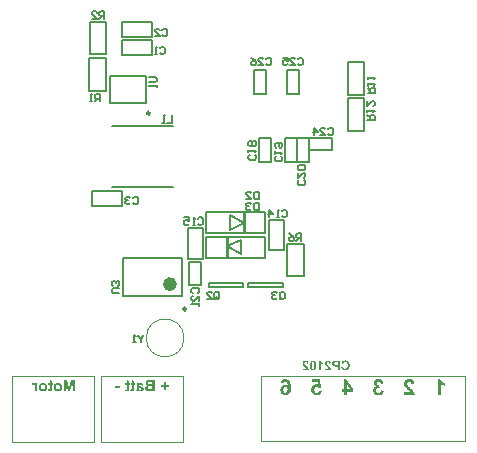
<source format=gbo>
G04*
G04 #@! TF.GenerationSoftware,Altium Limited,Altium Designer,20.2.6 (244)*
G04*
G04 Layer_Color=65535*
%FSLAX44Y44*%
%MOMM*%
G71*
G04*
G04 #@! TF.SameCoordinates,7CDA323B-E038-41B1-B74F-359B52FF9F59*
G04*
G04*
G04 #@! TF.FilePolarity,Positive*
G04*
G01*
G75*
%ADD10C,0.2540*%
%ADD11C,0.2000*%
%ADD12C,0.1000*%
%ADD14C,0.2500*%
%ADD16C,0.1270*%
%ADD96C,0.6000*%
%ADD97C,0.1500*%
G36*
X312776Y55117D02*
X313165Y55076D01*
X313493Y54994D01*
X313801Y54932D01*
X314046Y54850D01*
X314231Y54768D01*
X314354Y54727D01*
X314375Y54707D01*
X314395D01*
X314702Y54543D01*
X314989Y54358D01*
X315215Y54174D01*
X315420Y53989D01*
X315584Y53805D01*
X315686Y53682D01*
X315768Y53600D01*
X315789Y53559D01*
X315953Y53272D01*
X316117Y52944D01*
X316240Y52616D01*
X316342Y52308D01*
X316424Y52021D01*
X316486Y51796D01*
X316506Y51714D01*
Y51652D01*
X316527Y51611D01*
Y51591D01*
X314149Y51202D01*
X314108Y51509D01*
X314026Y51775D01*
X313944Y52001D01*
X313842Y52206D01*
X313739Y52349D01*
X313678Y52452D01*
X313616Y52513D01*
X313596Y52534D01*
X313411Y52698D01*
X313206Y52800D01*
X313022Y52882D01*
X312837Y52944D01*
X312673Y52985D01*
X312550Y53005D01*
X312448D01*
X312202Y52985D01*
X311976Y52944D01*
X311792Y52882D01*
X311628Y52800D01*
X311505Y52718D01*
X311423Y52657D01*
X311361Y52616D01*
X311341Y52595D01*
X311197Y52431D01*
X311095Y52247D01*
X311033Y52062D01*
X310972Y51898D01*
X310951Y51755D01*
X310931Y51632D01*
Y51529D01*
Y51509D01*
X310951Y51222D01*
X311013Y50976D01*
X311115Y50750D01*
X311218Y50566D01*
X311320Y50423D01*
X311423Y50300D01*
X311484Y50238D01*
X311505Y50218D01*
X311730Y50074D01*
X311997Y49951D01*
X312263Y49869D01*
X312509Y49828D01*
X312735Y49808D01*
X312940Y49787D01*
X313104D01*
X313391Y47696D01*
X313145Y47758D01*
X312919Y47819D01*
X312714Y47860D01*
X312550Y47881D01*
X312407Y47901D01*
X312222D01*
X311956Y47881D01*
X311710Y47819D01*
X311484Y47717D01*
X311300Y47614D01*
X311136Y47512D01*
X311033Y47409D01*
X310951Y47348D01*
X310931Y47327D01*
X310746Y47102D01*
X310623Y46835D01*
X310521Y46589D01*
X310459Y46343D01*
X310418Y46118D01*
X310398Y45933D01*
Y45811D01*
Y45790D01*
Y45770D01*
X310418Y45401D01*
X310480Y45073D01*
X310582Y44786D01*
X310664Y44540D01*
X310767Y44355D01*
X310869Y44232D01*
X310931Y44130D01*
X310951Y44109D01*
X311177Y43904D01*
X311402Y43761D01*
X311628Y43658D01*
X311833Y43597D01*
X312017Y43556D01*
X312161Y43515D01*
X312304D01*
X312571Y43535D01*
X312817Y43597D01*
X313022Y43679D01*
X313206Y43761D01*
X313370Y43843D01*
X313473Y43925D01*
X313555Y43986D01*
X313575Y44007D01*
X313760Y44212D01*
X313903Y44458D01*
X314006Y44704D01*
X314088Y44929D01*
X314149Y45155D01*
X314190Y45319D01*
X314210Y45442D01*
Y45462D01*
Y45483D01*
X316711Y45175D01*
X316670Y44868D01*
X316609Y44560D01*
X316424Y44027D01*
X316199Y43556D01*
X315953Y43166D01*
X315830Y43002D01*
X315727Y42859D01*
X315625Y42715D01*
X315522Y42613D01*
X315440Y42531D01*
X315379Y42469D01*
X315358Y42449D01*
X315338Y42428D01*
X315112Y42244D01*
X314867Y42080D01*
X314600Y41936D01*
X314354Y41834D01*
X313842Y41629D01*
X313350Y41506D01*
X313145Y41465D01*
X312940Y41445D01*
X312755Y41424D01*
X312591Y41403D01*
X312468Y41383D01*
X312284D01*
X311935Y41403D01*
X311587Y41445D01*
X311279Y41506D01*
X310972Y41588D01*
X310685Y41670D01*
X310418Y41772D01*
X310173Y41895D01*
X309947Y42018D01*
X309742Y42121D01*
X309578Y42244D01*
X309414Y42346D01*
X309291Y42449D01*
X309189Y42510D01*
X309127Y42572D01*
X309086Y42613D01*
X309066Y42633D01*
X308840Y42879D01*
X308635Y43125D01*
X308451Y43371D01*
X308307Y43638D01*
X308184Y43884D01*
X308082Y44130D01*
X307918Y44601D01*
X307856Y44827D01*
X307815Y45032D01*
X307795Y45196D01*
X307774Y45360D01*
X307754Y45483D01*
Y45565D01*
Y45626D01*
Y45647D01*
X307774Y46097D01*
X307856Y46487D01*
X307979Y46856D01*
X308102Y47163D01*
X308225Y47409D01*
X308348Y47594D01*
X308430Y47696D01*
X308451Y47737D01*
X308738Y48024D01*
X309025Y48270D01*
X309332Y48475D01*
X309639Y48619D01*
X309886Y48721D01*
X310111Y48803D01*
X310193Y48824D01*
X310234D01*
X310275Y48844D01*
X310295D01*
X309947Y49049D01*
X309660Y49275D01*
X309394Y49500D01*
X309168Y49746D01*
X308984Y49972D01*
X308820Y50218D01*
X308697Y50443D01*
X308594Y50669D01*
X308512Y50873D01*
X308451Y51058D01*
X308410Y51222D01*
X308369Y51386D01*
Y51509D01*
X308348Y51591D01*
Y51652D01*
Y51673D01*
Y51898D01*
X308389Y52124D01*
X308492Y52554D01*
X308656Y52923D01*
X308820Y53251D01*
X309004Y53538D01*
X309168Y53743D01*
X309230Y53805D01*
X309271Y53866D01*
X309291Y53887D01*
X309312Y53907D01*
X309537Y54133D01*
X309762Y54317D01*
X310029Y54481D01*
X310275Y54625D01*
X310521Y54748D01*
X310787Y54830D01*
X311259Y54994D01*
X311484Y55035D01*
X311710Y55076D01*
X311894Y55096D01*
X312058Y55117D01*
X312181Y55137D01*
X312366D01*
X312776Y55117D01*
D02*
G37*
G36*
X338972Y55096D02*
X339546Y54994D01*
X340058Y54830D01*
X340284Y54748D01*
X340489Y54666D01*
X340694Y54584D01*
X340858Y54502D01*
X341001Y54420D01*
X341104Y54338D01*
X341206Y54276D01*
X341268Y54235D01*
X341309Y54215D01*
X341329Y54194D01*
X341534Y54010D01*
X341739Y53805D01*
X341903Y53579D01*
X342067Y53333D01*
X342313Y52821D01*
X342497Y52329D01*
X342579Y52083D01*
X342621Y51857D01*
X342682Y51673D01*
X342702Y51488D01*
X342743Y51345D01*
Y51242D01*
X342764Y51160D01*
Y51140D01*
X340202Y50894D01*
X340161Y51283D01*
X340099Y51632D01*
X339997Y51898D01*
X339915Y52124D01*
X339812Y52308D01*
X339751Y52411D01*
X339689Y52493D01*
X339669Y52513D01*
X339464Y52677D01*
X339259Y52800D01*
X339033Y52882D01*
X338828Y52944D01*
X338664Y52985D01*
X338500Y53005D01*
X338377D01*
X338091Y52985D01*
X337824Y52923D01*
X337598Y52862D01*
X337414Y52780D01*
X337271Y52677D01*
X337168Y52616D01*
X337107Y52554D01*
X337086Y52534D01*
X336922Y52349D01*
X336820Y52124D01*
X336738Y51898D01*
X336676Y51693D01*
X336635Y51509D01*
X336615Y51345D01*
Y51242D01*
Y51202D01*
X336635Y50915D01*
X336697Y50627D01*
X336779Y50361D01*
X336881Y50115D01*
X336984Y49910D01*
X337066Y49767D01*
X337127Y49664D01*
X337148Y49623D01*
X337230Y49500D01*
X337352Y49357D01*
X337496Y49213D01*
X337660Y49049D01*
X338008Y48680D01*
X338377Y48311D01*
X338726Y47983D01*
X338890Y47819D01*
X339013Y47696D01*
X339136Y47594D01*
X339218Y47491D01*
X339279Y47450D01*
X339300Y47430D01*
X339689Y47061D01*
X340058Y46712D01*
X340366Y46385D01*
X340673Y46077D01*
X340940Y45790D01*
X341165Y45524D01*
X341391Y45278D01*
X341575Y45052D01*
X341719Y44868D01*
X341862Y44683D01*
X341964Y44540D01*
X342067Y44417D01*
X342128Y44314D01*
X342169Y44253D01*
X342211Y44212D01*
Y44191D01*
X342457Y43740D01*
X342641Y43289D01*
X342805Y42859D01*
X342907Y42449D01*
X342989Y42121D01*
X343010Y41978D01*
X343030Y41855D01*
X343051Y41772D01*
X343071Y41691D01*
Y41649D01*
Y41629D01*
X334032D01*
Y44027D01*
X339177D01*
X339013Y44294D01*
X338828Y44499D01*
X338767Y44601D01*
X338705Y44663D01*
X338664Y44704D01*
X338644Y44724D01*
X338562Y44806D01*
X338480Y44888D01*
X338254Y45114D01*
X338008Y45360D01*
X337742Y45606D01*
X337496Y45851D01*
X337291Y46036D01*
X337230Y46118D01*
X337168Y46179D01*
X337127Y46200D01*
X337107Y46220D01*
X336676Y46610D01*
X336328Y46958D01*
X336020Y47266D01*
X335795Y47512D01*
X335610Y47696D01*
X335487Y47840D01*
X335426Y47922D01*
X335405Y47942D01*
X335159Y48270D01*
X334934Y48578D01*
X334749Y48865D01*
X334606Y49131D01*
X334503Y49336D01*
X334421Y49500D01*
X334380Y49603D01*
X334360Y49644D01*
X334257Y49951D01*
X334175Y50279D01*
X334114Y50566D01*
X334073Y50833D01*
X334052Y51058D01*
X334032Y51242D01*
Y51345D01*
Y51386D01*
X334052Y51673D01*
X334073Y51960D01*
X334216Y52472D01*
X334401Y52923D01*
X334606Y53313D01*
X334811Y53620D01*
X334913Y53764D01*
X334995Y53866D01*
X335077Y53948D01*
X335139Y54010D01*
X335159Y54030D01*
X335180Y54051D01*
X335405Y54235D01*
X335631Y54420D01*
X335897Y54563D01*
X336143Y54686D01*
X336676Y54871D01*
X337168Y54994D01*
X337414Y55055D01*
X337619Y55076D01*
X337824Y55096D01*
X337988Y55117D01*
X338131Y55137D01*
X338644D01*
X338972Y55096D01*
D02*
G37*
G36*
X263991Y47881D02*
X261921Y47594D01*
X261757Y47758D01*
X261572Y47922D01*
X261244Y48168D01*
X260896Y48332D01*
X260588Y48455D01*
X260322Y48537D01*
X260096Y48557D01*
X260014Y48578D01*
X259912D01*
X259604Y48557D01*
X259317Y48475D01*
X259071Y48373D01*
X258867Y48270D01*
X258703Y48147D01*
X258580Y48045D01*
X258498Y47963D01*
X258477Y47942D01*
X258293Y47696D01*
X258149Y47389D01*
X258047Y47081D01*
X257965Y46774D01*
X257924Y46508D01*
X257903Y46282D01*
Y46200D01*
Y46139D01*
Y46097D01*
Y46077D01*
X257924Y45626D01*
X257985Y45216D01*
X258088Y44888D01*
X258190Y44601D01*
X258293Y44396D01*
X258395Y44232D01*
X258456Y44150D01*
X258477Y44109D01*
X258703Y43884D01*
X258928Y43740D01*
X259153Y43617D01*
X259379Y43535D01*
X259563Y43494D01*
X259707Y43474D01*
X259809Y43453D01*
X259850D01*
X260096Y43474D01*
X260342Y43535D01*
X260547Y43617D01*
X260732Y43699D01*
X260896Y43781D01*
X260998Y43863D01*
X261080Y43925D01*
X261101Y43945D01*
X261285Y44150D01*
X261429Y44376D01*
X261531Y44622D01*
X261613Y44827D01*
X261675Y45032D01*
X261716Y45196D01*
X261736Y45298D01*
Y45339D01*
X264298Y45073D01*
X264237Y44765D01*
X264175Y44478D01*
X263991Y43925D01*
X263765Y43474D01*
X263519Y43084D01*
X263396Y42920D01*
X263294Y42777D01*
X263192Y42654D01*
X263089Y42551D01*
X263007Y42469D01*
X262945Y42408D01*
X262925Y42387D01*
X262904Y42367D01*
X262679Y42203D01*
X262433Y42039D01*
X261941Y41793D01*
X261429Y41629D01*
X260957Y41506D01*
X260732Y41465D01*
X260527Y41445D01*
X260342Y41403D01*
X260178D01*
X260055Y41383D01*
X259871D01*
X259440Y41403D01*
X259051Y41465D01*
X258661Y41547D01*
X258313Y41649D01*
X257985Y41793D01*
X257698Y41936D01*
X257411Y42100D01*
X257165Y42264D01*
X256960Y42428D01*
X256755Y42592D01*
X256591Y42736D01*
X256468Y42879D01*
X256366Y42982D01*
X256284Y43064D01*
X256243Y43125D01*
X256222Y43146D01*
X256058Y43392D01*
X255894Y43658D01*
X255669Y44171D01*
X255484Y44663D01*
X255382Y45134D01*
X255341Y45339D01*
X255300Y45524D01*
X255279Y45687D01*
Y45831D01*
X255259Y45954D01*
Y46036D01*
Y46097D01*
Y46118D01*
X255279Y46487D01*
X255320Y46835D01*
X255361Y47163D01*
X255443Y47471D01*
X255546Y47758D01*
X255648Y48024D01*
X255751Y48270D01*
X255853Y48496D01*
X255976Y48701D01*
X256079Y48885D01*
X256181Y49029D01*
X256284Y49152D01*
X256366Y49254D01*
X256407Y49316D01*
X256448Y49357D01*
X256468Y49377D01*
X256694Y49603D01*
X256940Y49787D01*
X257186Y49951D01*
X257432Y50095D01*
X257678Y50218D01*
X257903Y50320D01*
X258375Y50464D01*
X258580Y50525D01*
X258764Y50566D01*
X258948Y50587D01*
X259092Y50607D01*
X259215Y50627D01*
X259379D01*
X259707Y50607D01*
X260035Y50566D01*
X260342Y50484D01*
X260588Y50423D01*
X260814Y50340D01*
X260998Y50258D01*
X261101Y50218D01*
X261142Y50197D01*
X260732Y52472D01*
X255853D01*
Y54891D01*
X262679D01*
X263991Y47881D01*
D02*
G37*
G36*
X364553Y54686D02*
X364799Y54276D01*
X365066Y53907D01*
X365332Y53600D01*
X365598Y53333D01*
X365803Y53149D01*
X365865Y53087D01*
X365927Y53026D01*
X365967Y53005D01*
X365988Y52985D01*
X366418Y52657D01*
X366828Y52411D01*
X367197Y52185D01*
X367525Y52021D01*
X367792Y51878D01*
X367997Y51796D01*
X368079Y51775D01*
X368140Y51755D01*
X368161Y51734D01*
X368181D01*
Y49398D01*
X367484Y49664D01*
X366849Y49972D01*
X366295Y50279D01*
X366029Y50443D01*
X365803Y50607D01*
X365578Y50750D01*
X365393Y50894D01*
X365229Y51017D01*
X365086Y51119D01*
X364984Y51222D01*
X364902Y51283D01*
X364861Y51325D01*
X364840Y51345D01*
Y41629D01*
X362257D01*
Y55137D01*
X364369D01*
X364553Y54686D01*
D02*
G37*
G36*
X233695Y55117D02*
X234085Y55075D01*
X234433Y54994D01*
X234781Y54891D01*
X235089Y54748D01*
X235376Y54625D01*
X235643Y54461D01*
X235888Y54317D01*
X236114Y54174D01*
X236298Y54010D01*
X236462Y53887D01*
X236606Y53764D01*
X236708Y53641D01*
X236790Y53559D01*
X236831Y53518D01*
X236852Y53497D01*
X237098Y53169D01*
X237303Y52800D01*
X237487Y52390D01*
X237631Y51980D01*
X237774Y51529D01*
X237877Y51079D01*
X238041Y50218D01*
X238082Y49787D01*
X238123Y49418D01*
X238164Y49049D01*
X238184Y48762D01*
X238205Y48496D01*
Y48311D01*
Y48188D01*
Y48168D01*
Y48147D01*
X238184Y47491D01*
X238143Y46897D01*
X238082Y46323D01*
X238000Y45810D01*
X237897Y45339D01*
X237795Y44929D01*
X237672Y44540D01*
X237549Y44212D01*
X237446Y43904D01*
X237323Y43658D01*
X237221Y43433D01*
X237118Y43269D01*
X237036Y43125D01*
X236975Y43043D01*
X236934Y42982D01*
X236913Y42961D01*
X236667Y42674D01*
X236401Y42449D01*
X236114Y42223D01*
X235827Y42059D01*
X235560Y41895D01*
X235273Y41772D01*
X235007Y41670D01*
X234741Y41588D01*
X234495Y41506D01*
X234269Y41465D01*
X234064Y41424D01*
X233900Y41403D01*
X233757D01*
X233634Y41383D01*
X233552D01*
X233203Y41403D01*
X232875Y41445D01*
X232568Y41506D01*
X232281Y41568D01*
X231994Y41670D01*
X231748Y41772D01*
X231502Y41875D01*
X231297Y41998D01*
X231112Y42121D01*
X230928Y42223D01*
X230784Y42326D01*
X230682Y42428D01*
X230579Y42490D01*
X230518Y42551D01*
X230477Y42592D01*
X230457Y42613D01*
X230231Y42859D01*
X230047Y43125D01*
X229883Y43392D01*
X229739Y43658D01*
X229616Y43945D01*
X229534Y44212D01*
X229370Y44745D01*
X229329Y44991D01*
X229288Y45216D01*
X229268Y45421D01*
X229247Y45585D01*
X229227Y45729D01*
Y45851D01*
Y45913D01*
Y45933D01*
X229247Y46282D01*
X229268Y46630D01*
X229329Y46958D01*
X229411Y47245D01*
X229493Y47532D01*
X229596Y47799D01*
X229698Y48045D01*
X229801Y48250D01*
X229924Y48455D01*
X230026Y48619D01*
X230128Y48762D01*
X230210Y48885D01*
X230292Y48988D01*
X230354Y49049D01*
X230375Y49090D01*
X230395Y49111D01*
X230620Y49336D01*
X230846Y49521D01*
X231071Y49685D01*
X231317Y49828D01*
X231543Y49951D01*
X231768Y50054D01*
X232199Y50197D01*
X232568Y50300D01*
X232732Y50320D01*
X232875Y50340D01*
X232978Y50361D01*
X233142D01*
X233408Y50340D01*
X233654Y50320D01*
X234126Y50177D01*
X234536Y49992D01*
X234884Y49787D01*
X235151Y49582D01*
X235376Y49398D01*
X235438Y49316D01*
X235499Y49254D01*
X235520Y49234D01*
X235540Y49213D01*
X235499Y49623D01*
X235458Y50013D01*
X235417Y50361D01*
X235376Y50669D01*
X235315Y50956D01*
X235253Y51201D01*
X235191Y51427D01*
X235130Y51611D01*
X235089Y51775D01*
X235028Y51919D01*
X234966Y52021D01*
X234925Y52124D01*
X234904Y52185D01*
X234863Y52226D01*
X234843Y52267D01*
X234618Y52513D01*
X234392Y52698D01*
X234146Y52821D01*
X233921Y52923D01*
X233736Y52964D01*
X233593Y52985D01*
X233490Y53005D01*
X233449D01*
X233224Y52985D01*
X233039Y52944D01*
X232875Y52882D01*
X232732Y52821D01*
X232609Y52759D01*
X232527Y52698D01*
X232486Y52657D01*
X232465Y52636D01*
X232322Y52493D01*
X232219Y52308D01*
X232137Y52124D01*
X232076Y51939D01*
X232035Y51775D01*
X231994Y51632D01*
X231973Y51550D01*
Y51509D01*
X229473Y51775D01*
X229616Y52349D01*
X229801Y52862D01*
X230006Y53292D01*
X230231Y53641D01*
X230436Y53928D01*
X230600Y54112D01*
X230723Y54235D01*
X230744Y54276D01*
X230764D01*
X231153Y54563D01*
X231584Y54768D01*
X232014Y54932D01*
X232404Y55034D01*
X232773Y55096D01*
X232916Y55117D01*
X233039D01*
X233162Y55137D01*
X233306D01*
X233695Y55117D01*
D02*
G37*
G36*
X290925Y46569D02*
Y44335D01*
X285411D01*
Y41629D01*
X282910D01*
Y44335D01*
X281250D01*
Y46589D01*
X282910D01*
Y55137D01*
X285083D01*
X290925Y46569D01*
D02*
G37*
G36*
X269893Y70728D02*
X270240Y70666D01*
X270550Y70567D01*
X270687Y70517D01*
X270811Y70467D01*
X270935Y70418D01*
X271034Y70368D01*
X271120Y70319D01*
X271182Y70269D01*
X271244Y70232D01*
X271282Y70207D01*
X271306Y70195D01*
X271319Y70182D01*
X271443Y70071D01*
X271567Y69947D01*
X271666Y69810D01*
X271765Y69662D01*
X271914Y69352D01*
X272025Y69054D01*
X272075Y68906D01*
X272100Y68769D01*
X272137Y68658D01*
X272149Y68546D01*
X272174Y68459D01*
Y68397D01*
X272187Y68348D01*
Y68335D01*
X270637Y68187D01*
X270612Y68422D01*
X270575Y68633D01*
X270513Y68794D01*
X270464Y68930D01*
X270401Y69042D01*
X270364Y69104D01*
X270327Y69153D01*
X270315Y69166D01*
X270191Y69265D01*
X270067Y69339D01*
X269930Y69389D01*
X269807Y69426D01*
X269707Y69451D01*
X269608Y69463D01*
X269534D01*
X269360Y69451D01*
X269199Y69414D01*
X269063Y69377D01*
X268951Y69327D01*
X268864Y69265D01*
X268803Y69228D01*
X268765Y69191D01*
X268753Y69178D01*
X268654Y69067D01*
X268592Y68930D01*
X268542Y68794D01*
X268505Y68670D01*
X268480Y68559D01*
X268468Y68459D01*
Y68397D01*
Y68373D01*
X268480Y68199D01*
X268517Y68025D01*
X268567Y67864D01*
X268629Y67716D01*
X268691Y67592D01*
X268741Y67505D01*
X268778Y67443D01*
X268790Y67418D01*
X268840Y67344D01*
X268914Y67257D01*
X269001Y67170D01*
X269100Y67071D01*
X269311Y66848D01*
X269534Y66625D01*
X269745Y66427D01*
X269844Y66327D01*
X269918Y66253D01*
X269993Y66191D01*
X270042Y66129D01*
X270079Y66104D01*
X270092Y66092D01*
X270327Y65869D01*
X270550Y65658D01*
X270736Y65460D01*
X270922Y65274D01*
X271083Y65100D01*
X271220Y64939D01*
X271356Y64790D01*
X271467Y64654D01*
X271554Y64542D01*
X271641Y64431D01*
X271703Y64344D01*
X271765Y64270D01*
X271802Y64208D01*
X271827Y64171D01*
X271852Y64146D01*
Y64133D01*
X272001Y63861D01*
X272112Y63588D01*
X272211Y63328D01*
X272273Y63080D01*
X272323Y62881D01*
X272335Y62795D01*
X272348Y62720D01*
X272360Y62671D01*
X272372Y62621D01*
Y62596D01*
Y62584D01*
X266906D01*
Y64034D01*
X270017D01*
X269918Y64195D01*
X269807Y64319D01*
X269769Y64381D01*
X269732Y64419D01*
X269707Y64443D01*
X269695Y64456D01*
X269645Y64505D01*
X269596Y64555D01*
X269459Y64691D01*
X269311Y64840D01*
X269150Y64989D01*
X269001Y65137D01*
X268877Y65249D01*
X268840Y65299D01*
X268803Y65336D01*
X268778Y65348D01*
X268765Y65360D01*
X268505Y65596D01*
X268294Y65807D01*
X268108Y65993D01*
X267972Y66141D01*
X267861Y66253D01*
X267786Y66340D01*
X267749Y66389D01*
X267737Y66402D01*
X267588Y66600D01*
X267451Y66786D01*
X267340Y66960D01*
X267253Y67121D01*
X267191Y67245D01*
X267142Y67344D01*
X267117Y67406D01*
X267104Y67431D01*
X267042Y67617D01*
X266993Y67815D01*
X266956Y67988D01*
X266931Y68149D01*
X266919Y68286D01*
X266906Y68397D01*
Y68459D01*
Y68484D01*
X266919Y68658D01*
X266931Y68831D01*
X267018Y69141D01*
X267129Y69414D01*
X267253Y69649D01*
X267377Y69835D01*
X267439Y69922D01*
X267489Y69984D01*
X267538Y70033D01*
X267575Y70071D01*
X267588Y70083D01*
X267600Y70096D01*
X267737Y70207D01*
X267873Y70319D01*
X268034Y70405D01*
X268183Y70480D01*
X268505Y70591D01*
X268803Y70666D01*
X268951Y70703D01*
X269075Y70715D01*
X269199Y70728D01*
X269298Y70740D01*
X269385Y70753D01*
X269695D01*
X269893Y70728D01*
D02*
G37*
G36*
X250929D02*
X251276Y70666D01*
X251586Y70567D01*
X251722Y70517D01*
X251846Y70467D01*
X251970Y70418D01*
X252069Y70368D01*
X252156Y70319D01*
X252218Y70269D01*
X252280Y70232D01*
X252317Y70207D01*
X252342Y70195D01*
X252354Y70182D01*
X252478Y70071D01*
X252602Y69947D01*
X252701Y69810D01*
X252800Y69662D01*
X252949Y69352D01*
X253061Y69054D01*
X253110Y68906D01*
X253135Y68769D01*
X253172Y68658D01*
X253185Y68546D01*
X253209Y68459D01*
Y68397D01*
X253222Y68348D01*
Y68335D01*
X251672Y68187D01*
X251648Y68422D01*
X251610Y68633D01*
X251548Y68794D01*
X251499Y68930D01*
X251437Y69042D01*
X251400Y69104D01*
X251362Y69153D01*
X251350Y69166D01*
X251226Y69265D01*
X251102Y69339D01*
X250966Y69389D01*
X250842Y69426D01*
X250743Y69451D01*
X250644Y69463D01*
X250569D01*
X250396Y69451D01*
X250235Y69414D01*
X250098Y69377D01*
X249987Y69327D01*
X249900Y69265D01*
X249838Y69228D01*
X249801Y69191D01*
X249788Y69178D01*
X249689Y69067D01*
X249627Y68930D01*
X249578Y68794D01*
X249540Y68670D01*
X249516Y68559D01*
X249503Y68459D01*
Y68397D01*
Y68373D01*
X249516Y68199D01*
X249553Y68025D01*
X249602Y67864D01*
X249664Y67716D01*
X249726Y67592D01*
X249776Y67505D01*
X249813Y67443D01*
X249825Y67418D01*
X249875Y67344D01*
X249949Y67257D01*
X250036Y67170D01*
X250135Y67071D01*
X250346Y66848D01*
X250569Y66625D01*
X250780Y66427D01*
X250879Y66327D01*
X250954Y66253D01*
X251028Y66191D01*
X251077Y66129D01*
X251115Y66104D01*
X251127Y66092D01*
X251362Y65869D01*
X251586Y65658D01*
X251772Y65460D01*
X251957Y65274D01*
X252119Y65100D01*
X252255Y64939D01*
X252391Y64790D01*
X252503Y64654D01*
X252590Y64542D01*
X252676Y64431D01*
X252738Y64344D01*
X252800Y64270D01*
X252838Y64208D01*
X252862Y64171D01*
X252887Y64146D01*
Y64133D01*
X253036Y63861D01*
X253147Y63588D01*
X253247Y63328D01*
X253309Y63080D01*
X253358Y62881D01*
X253370Y62795D01*
X253383Y62720D01*
X253395Y62671D01*
X253408Y62621D01*
Y62596D01*
Y62584D01*
X247941D01*
Y64034D01*
X251053D01*
X250954Y64195D01*
X250842Y64319D01*
X250805Y64381D01*
X250767Y64419D01*
X250743Y64443D01*
X250730Y64456D01*
X250681Y64505D01*
X250631Y64555D01*
X250495Y64691D01*
X250346Y64840D01*
X250185Y64989D01*
X250036Y65137D01*
X249912Y65249D01*
X249875Y65299D01*
X249838Y65336D01*
X249813Y65348D01*
X249801Y65360D01*
X249540Y65596D01*
X249330Y65807D01*
X249144Y65993D01*
X249007Y66141D01*
X248896Y66253D01*
X248822Y66340D01*
X248784Y66389D01*
X248772Y66402D01*
X248623Y66600D01*
X248487Y66786D01*
X248375Y66960D01*
X248288Y67121D01*
X248227Y67245D01*
X248177Y67344D01*
X248152Y67406D01*
X248140Y67431D01*
X248078Y67617D01*
X248028Y67815D01*
X247991Y67988D01*
X247966Y68149D01*
X247954Y68286D01*
X247941Y68397D01*
Y68459D01*
Y68484D01*
X247954Y68658D01*
X247966Y68831D01*
X248053Y69141D01*
X248165Y69414D01*
X248288Y69649D01*
X248412Y69835D01*
X248474Y69922D01*
X248524Y69984D01*
X248574Y70033D01*
X248611Y70071D01*
X248623Y70083D01*
X248636Y70096D01*
X248772Y70207D01*
X248908Y70319D01*
X249069Y70405D01*
X249218Y70480D01*
X249540Y70591D01*
X249838Y70666D01*
X249987Y70703D01*
X250111Y70715D01*
X250235Y70728D01*
X250334Y70740D01*
X250420Y70753D01*
X250730D01*
X250929Y70728D01*
D02*
G37*
G36*
X263237Y70480D02*
X263386Y70232D01*
X263547Y70009D01*
X263708Y69823D01*
X263869Y69662D01*
X263993Y69550D01*
X264030Y69513D01*
X264068Y69476D01*
X264092Y69463D01*
X264105Y69451D01*
X264365Y69253D01*
X264613Y69104D01*
X264836Y68968D01*
X265034Y68868D01*
X265196Y68782D01*
X265319Y68732D01*
X265369Y68720D01*
X265406Y68707D01*
X265419Y68695D01*
X265431D01*
Y67282D01*
X265010Y67443D01*
X264625Y67629D01*
X264291Y67815D01*
X264130Y67914D01*
X263993Y68013D01*
X263857Y68100D01*
X263745Y68187D01*
X263646Y68261D01*
X263559Y68323D01*
X263497Y68385D01*
X263448Y68422D01*
X263423Y68447D01*
X263411Y68459D01*
Y62584D01*
X261849D01*
Y70753D01*
X263126D01*
X263237Y70480D01*
D02*
G37*
G36*
X284421Y70852D02*
X284718Y70814D01*
X285003Y70765D01*
X285263Y70690D01*
X285511Y70604D01*
X285734Y70505D01*
X285945Y70405D01*
X286131Y70306D01*
X286305Y70195D01*
X286453Y70096D01*
X286577Y69996D01*
X286689Y69910D01*
X286763Y69835D01*
X286825Y69786D01*
X286862Y69749D01*
X286875Y69736D01*
X287061Y69513D01*
X287222Y69277D01*
X287358Y69029D01*
X287482Y68769D01*
X287581Y68509D01*
X287656Y68236D01*
X287730Y67988D01*
X287780Y67728D01*
X287829Y67492D01*
X287866Y67282D01*
X287879Y67084D01*
X287904Y66910D01*
Y66774D01*
X287916Y66662D01*
Y66600D01*
Y66575D01*
X287904Y66228D01*
X287866Y65894D01*
X287817Y65584D01*
X287755Y65299D01*
X287668Y65026D01*
X287581Y64778D01*
X287495Y64542D01*
X287395Y64344D01*
X287296Y64158D01*
X287209Y63997D01*
X287110Y63861D01*
X287036Y63749D01*
X286974Y63662D01*
X286924Y63600D01*
X286887Y63563D01*
X286875Y63551D01*
X286676Y63352D01*
X286466Y63191D01*
X286243Y63043D01*
X286019Y62919D01*
X285796Y62807D01*
X285573Y62720D01*
X285362Y62646D01*
X285152Y62584D01*
X284953Y62534D01*
X284780Y62510D01*
X284619Y62485D01*
X284482Y62460D01*
X284371D01*
X284284Y62448D01*
X284210D01*
X283974Y62460D01*
X283739Y62473D01*
X283528Y62510D01*
X283317Y62547D01*
X283131Y62596D01*
X282958Y62646D01*
X282797Y62708D01*
X282648Y62770D01*
X282512Y62832D01*
X282388Y62894D01*
X282288Y62944D01*
X282202Y62993D01*
X282140Y63030D01*
X282090Y63067D01*
X282065Y63080D01*
X282053Y63092D01*
X281892Y63216D01*
X281756Y63365D01*
X281495Y63675D01*
X281285Y64009D01*
X281123Y64332D01*
X281049Y64481D01*
X280987Y64629D01*
X280938Y64753D01*
X280900Y64865D01*
X280863Y64964D01*
X280838Y65026D01*
X280826Y65075D01*
Y65088D01*
X282425Y65584D01*
X282512Y65261D01*
X282623Y65001D01*
X282735Y64766D01*
X282846Y64580D01*
X282945Y64443D01*
X283032Y64332D01*
X283082Y64282D01*
X283107Y64257D01*
X283293Y64121D01*
X283479Y64022D01*
X283664Y63948D01*
X283850Y63898D01*
X283999Y63873D01*
X284123Y63861D01*
X284173Y63848D01*
X284235D01*
X284396Y63861D01*
X284545Y63873D01*
X284830Y63948D01*
X285077Y64047D01*
X285288Y64171D01*
X285449Y64295D01*
X285573Y64394D01*
X285648Y64468D01*
X285660Y64481D01*
X285672Y64493D01*
X285772Y64629D01*
X285846Y64778D01*
X285920Y64939D01*
X285982Y65113D01*
X286082Y65484D01*
X286143Y65844D01*
X286168Y66017D01*
X286193Y66179D01*
X286205Y66315D01*
Y66451D01*
X286218Y66550D01*
Y66637D01*
Y66687D01*
Y66699D01*
X286205Y66960D01*
X286193Y67207D01*
X286168Y67443D01*
X286131Y67641D01*
X286094Y67840D01*
X286044Y68013D01*
X285995Y68162D01*
X285933Y68298D01*
X285883Y68422D01*
X285834Y68521D01*
X285784Y68608D01*
X285747Y68682D01*
X285710Y68732D01*
X285685Y68782D01*
X285660Y68794D01*
Y68806D01*
X285548Y68918D01*
X285437Y69029D01*
X285313Y69116D01*
X285201Y69191D01*
X284953Y69302D01*
X284718Y69377D01*
X284507Y69426D01*
X284421Y69439D01*
X284346Y69451D01*
X284284Y69463D01*
X284197D01*
X283962Y69451D01*
X283751Y69401D01*
X283553Y69352D01*
X283392Y69277D01*
X283255Y69215D01*
X283169Y69153D01*
X283107Y69104D01*
X283082Y69092D01*
X282921Y68943D01*
X282797Y68782D01*
X282685Y68621D01*
X282611Y68459D01*
X282549Y68311D01*
X282499Y68199D01*
X282487Y68125D01*
X282474Y68112D01*
Y68100D01*
X280851Y68484D01*
X280962Y68831D01*
X281099Y69129D01*
X281247Y69377D01*
X281384Y69587D01*
X281508Y69761D01*
X281607Y69872D01*
X281669Y69947D01*
X281681Y69972D01*
X281694D01*
X281880Y70133D01*
X282065Y70269D01*
X282264Y70381D01*
X282462Y70492D01*
X282660Y70579D01*
X282871Y70641D01*
X283057Y70703D01*
X283255Y70753D01*
X283429Y70790D01*
X283590Y70814D01*
X283739Y70839D01*
X283863Y70852D01*
X283962Y70864D01*
X284111D01*
X284421Y70852D01*
D02*
G37*
G36*
X279413Y62584D02*
X277764D01*
Y65658D01*
X276302D01*
X276128Y65670D01*
X275967D01*
X275806Y65683D01*
X275669Y65695D01*
X275546Y65708D01*
X275434Y65720D01*
X275335D01*
X275248Y65732D01*
X275174Y65745D01*
X275112Y65757D01*
X275062D01*
X275025Y65770D01*
X275000D01*
X274839Y65819D01*
X274678Y65869D01*
X274541Y65931D01*
X274405Y66005D01*
X274306Y66055D01*
X274219Y66104D01*
X274157Y66141D01*
X274145Y66154D01*
X273996Y66278D01*
X273860Y66402D01*
X273736Y66538D01*
X273637Y66674D01*
X273562Y66786D01*
X273500Y66873D01*
X273463Y66935D01*
X273451Y66960D01*
X273364Y67158D01*
X273290Y67369D01*
X273240Y67579D01*
X273215Y67778D01*
X273190Y67951D01*
X273178Y68088D01*
Y68137D01*
Y68174D01*
Y68199D01*
Y68211D01*
X273203Y68559D01*
X273252Y68868D01*
X273327Y69141D01*
X273414Y69377D01*
X273513Y69550D01*
X273550Y69625D01*
X273587Y69686D01*
X273612Y69736D01*
X273637Y69773D01*
X273661Y69786D01*
Y69798D01*
X273847Y70009D01*
X274046Y70182D01*
X274232Y70331D01*
X274418Y70430D01*
X274579Y70517D01*
X274715Y70567D01*
X274765Y70579D01*
X274789Y70591D01*
X274814Y70604D01*
X274827D01*
X274926Y70628D01*
X275037Y70641D01*
X275174Y70666D01*
X275322Y70678D01*
X275645Y70703D01*
X275979Y70715D01*
X276140D01*
X276289Y70728D01*
X279413D01*
Y62584D01*
D02*
G37*
G36*
X257101Y70740D02*
X257312Y70715D01*
X257498Y70678D01*
X257684Y70616D01*
X257845Y70554D01*
X257994Y70492D01*
X258130Y70405D01*
X258254Y70331D01*
X258366Y70257D01*
X258465Y70182D01*
X258552Y70108D01*
X258614Y70046D01*
X258663Y69984D01*
X258713Y69947D01*
X258725Y69922D01*
X258738Y69910D01*
X258874Y69711D01*
X258998Y69476D01*
X259109Y69228D01*
X259196Y68968D01*
X259271Y68695D01*
X259333Y68422D01*
X259432Y67877D01*
X259469Y67617D01*
X259494Y67381D01*
X259506Y67170D01*
X259519Y66972D01*
X259531Y66823D01*
Y66699D01*
Y66625D01*
Y66613D01*
Y66600D01*
X259519Y66179D01*
X259494Y65782D01*
X259469Y65435D01*
X259419Y65100D01*
X259370Y64803D01*
X259308Y64542D01*
X259233Y64307D01*
X259172Y64096D01*
X259109Y63910D01*
X259035Y63749D01*
X258973Y63625D01*
X258924Y63526D01*
X258874Y63439D01*
X258837Y63390D01*
X258824Y63352D01*
X258812Y63340D01*
X258676Y63179D01*
X258514Y63043D01*
X258366Y62919D01*
X258205Y62819D01*
X258043Y62733D01*
X257882Y62658D01*
X257721Y62596D01*
X257572Y62547D01*
X257436Y62510D01*
X257300Y62485D01*
X257188Y62460D01*
X257089Y62448D01*
X257002D01*
X256940Y62435D01*
X256891D01*
X256680Y62448D01*
X256469Y62473D01*
X256283Y62510D01*
X256110Y62572D01*
X255949Y62634D01*
X255788Y62696D01*
X255651Y62770D01*
X255527Y62857D01*
X255416Y62931D01*
X255329Y63005D01*
X255242Y63067D01*
X255180Y63142D01*
X255118Y63191D01*
X255081Y63229D01*
X255069Y63253D01*
X255056Y63266D01*
X254920Y63464D01*
X254796Y63700D01*
X254684Y63948D01*
X254585Y64208D01*
X254511Y64481D01*
X254449Y64753D01*
X254350Y65299D01*
X254313Y65559D01*
X254288Y65807D01*
X254275Y66017D01*
X254263Y66216D01*
X254251Y66365D01*
Y66488D01*
Y66563D01*
Y66575D01*
Y66588D01*
X254263Y67009D01*
X254288Y67393D01*
X254325Y67753D01*
X254375Y68088D01*
X254436Y68385D01*
X254499Y68658D01*
X254573Y68893D01*
X254647Y69116D01*
X254722Y69302D01*
X254796Y69463D01*
X254858Y69600D01*
X254920Y69711D01*
X254970Y69786D01*
X255007Y69848D01*
X255032Y69885D01*
X255044Y69897D01*
X255180Y70046D01*
X255317Y70182D01*
X255465Y70294D01*
X255614Y70393D01*
X255763Y70480D01*
X255924Y70542D01*
X256073Y70604D01*
X256221Y70641D01*
X256358Y70678D01*
X256482Y70703D01*
X256593Y70728D01*
X256693Y70740D01*
X256779Y70753D01*
X256891D01*
X257101Y70740D01*
D02*
G37*
G36*
X55181Y44912D02*
X53382D01*
Y52476D01*
X51480Y44912D01*
X49621D01*
X47719Y52476D01*
X47705Y44912D01*
X45905D01*
Y54524D01*
X48831D01*
X50543Y47955D01*
X52284Y54524D01*
X55181D01*
Y44912D01*
D02*
G37*
G36*
X35708Y53251D02*
Y51876D01*
X36556D01*
Y50413D01*
X35708D01*
Y47355D01*
Y47180D01*
Y47019D01*
X35693Y46741D01*
Y46507D01*
X35679Y46331D01*
X35664Y46214D01*
Y46126D01*
X35649Y46068D01*
Y46053D01*
X35620Y45892D01*
X35591Y45746D01*
X35547Y45629D01*
X35503Y45512D01*
X35459Y45439D01*
X35430Y45366D01*
X35415Y45336D01*
X35401Y45322D01*
X35327Y45234D01*
X35225Y45146D01*
X35035Y45014D01*
X34947Y44956D01*
X34874Y44927D01*
X34830Y44912D01*
X34815Y44897D01*
X34669Y44839D01*
X34508Y44810D01*
X34362Y44780D01*
X34216Y44751D01*
X34099D01*
X34011Y44736D01*
X33923D01*
X33630Y44751D01*
X33352Y44780D01*
X33104Y44824D01*
X32884Y44868D01*
X32709Y44912D01*
X32577Y44956D01*
X32489Y44985D01*
X32460Y45000D01*
X32621Y46434D01*
X32796Y46375D01*
X32943Y46331D01*
X33075Y46302D01*
X33177Y46287D01*
X33265Y46273D01*
X33323Y46258D01*
X33367D01*
X33484Y46273D01*
X33586Y46302D01*
X33645Y46331D01*
X33674Y46346D01*
X33747Y46419D01*
X33806Y46492D01*
X33835Y46551D01*
Y46580D01*
Y46609D01*
X33850Y46668D01*
Y46799D01*
Y46960D01*
X33865Y47136D01*
Y47297D01*
Y47443D01*
Y47502D01*
Y47545D01*
Y47560D01*
Y47575D01*
Y50413D01*
X32606D01*
Y51876D01*
X33865D01*
Y54334D01*
X35708Y53251D01*
D02*
G37*
G36*
X20097Y52008D02*
X20244Y51993D01*
X20375Y51949D01*
X20492Y51920D01*
X20595Y51876D01*
X20668Y51832D01*
X20712Y51817D01*
X20726Y51803D01*
X20858Y51701D01*
X21004Y51569D01*
X21136Y51423D01*
X21253Y51262D01*
X21356Y51115D01*
X21443Y50998D01*
X21502Y50911D01*
X21516Y50896D01*
Y51876D01*
X23228D01*
Y44912D01*
X21385D01*
Y47048D01*
Y47370D01*
Y47663D01*
X21370Y47926D01*
X21356Y48160D01*
Y48379D01*
X21341Y48570D01*
X21326Y48731D01*
X21312Y48877D01*
X21297Y48994D01*
X21282Y49111D01*
X21268Y49199D01*
Y49257D01*
X21253Y49316D01*
X21239Y49345D01*
Y49374D01*
X21180Y49564D01*
X21107Y49725D01*
X21034Y49872D01*
X20961Y49974D01*
X20902Y50047D01*
X20858Y50106D01*
X20829Y50135D01*
X20814Y50150D01*
X20712Y50223D01*
X20595Y50281D01*
X20478Y50311D01*
X20375Y50340D01*
X20287Y50354D01*
X20214Y50369D01*
X20156D01*
X19995Y50354D01*
X19849Y50325D01*
X19702Y50267D01*
X19556Y50223D01*
X19454Y50164D01*
X19351Y50106D01*
X19293Y50076D01*
X19278Y50062D01*
X18707Y51671D01*
X18927Y51788D01*
X19146Y51876D01*
X19366Y51935D01*
X19541Y51979D01*
X19702Y52008D01*
X19834Y52022D01*
X19936D01*
X20097Y52008D01*
D02*
G37*
G36*
X41224D02*
X41560Y51949D01*
X41882Y51876D01*
X42160Y51803D01*
X42379Y51715D01*
X42482Y51671D01*
X42555Y51642D01*
X42614Y51613D01*
X42657Y51583D01*
X42687Y51569D01*
X42701D01*
X42994Y51379D01*
X43243Y51174D01*
X43462Y50954D01*
X43638Y50735D01*
X43784Y50545D01*
X43886Y50398D01*
X43930Y50340D01*
X43959Y50296D01*
X43974Y50267D01*
Y50252D01*
X44120Y49930D01*
X44223Y49608D01*
X44311Y49316D01*
X44355Y49038D01*
X44384Y48804D01*
X44398Y48701D01*
Y48628D01*
X44413Y48555D01*
Y48511D01*
Y48482D01*
Y48467D01*
X44398Y48043D01*
X44340Y47648D01*
X44267Y47297D01*
X44194Y47004D01*
X44150Y46873D01*
X44106Y46755D01*
X44076Y46668D01*
X44047Y46580D01*
X44018Y46521D01*
X43989Y46477D01*
X43974Y46448D01*
Y46434D01*
X43784Y46141D01*
X43579Y45878D01*
X43360Y45658D01*
X43140Y45483D01*
X42950Y45351D01*
X42804Y45248D01*
X42745Y45205D01*
X42701Y45175D01*
X42672Y45161D01*
X42657D01*
X42336Y45014D01*
X42014Y44912D01*
X41706Y44839D01*
X41428Y44795D01*
X41194Y44766D01*
X41092Y44751D01*
X41004Y44736D01*
X40843D01*
X40565Y44751D01*
X40287Y44780D01*
X40024Y44839D01*
X39790Y44897D01*
X39556Y44970D01*
X39351Y45058D01*
X39161Y45161D01*
X38985Y45263D01*
X38824Y45351D01*
X38678Y45453D01*
X38561Y45541D01*
X38458Y45614D01*
X38385Y45673D01*
X38327Y45731D01*
X38298Y45761D01*
X38283Y45775D01*
X38107Y45980D01*
X37946Y46185D01*
X37815Y46404D01*
X37683Y46624D01*
X37595Y46843D01*
X37508Y47063D01*
X37434Y47267D01*
X37390Y47472D01*
X37346Y47663D01*
X37317Y47838D01*
X37288Y47999D01*
X37273Y48131D01*
X37259Y48248D01*
Y48321D01*
Y48379D01*
Y48394D01*
X37273Y48687D01*
X37303Y48950D01*
X37346Y49213D01*
X37420Y49462D01*
X37493Y49682D01*
X37581Y49901D01*
X37668Y50091D01*
X37756Y50281D01*
X37859Y50442D01*
X37946Y50574D01*
X38034Y50706D01*
X38107Y50793D01*
X38180Y50881D01*
X38224Y50940D01*
X38254Y50969D01*
X38268Y50984D01*
X38458Y51174D01*
X38663Y51320D01*
X38883Y51466D01*
X39102Y51583D01*
X39307Y51686D01*
X39527Y51774D01*
X39731Y51832D01*
X39936Y51891D01*
X40126Y51935D01*
X40287Y51964D01*
X40448Y51993D01*
X40580Y52008D01*
X40697Y52022D01*
X40843D01*
X41224Y52008D01*
D02*
G37*
G36*
X28568D02*
X28905Y51949D01*
X29227Y51876D01*
X29505Y51803D01*
X29724Y51715D01*
X29827Y51671D01*
X29900Y51642D01*
X29958Y51613D01*
X30002Y51583D01*
X30031Y51569D01*
X30046D01*
X30339Y51379D01*
X30587Y51174D01*
X30807Y50954D01*
X30982Y50735D01*
X31129Y50545D01*
X31231Y50398D01*
X31275Y50340D01*
X31304Y50296D01*
X31319Y50267D01*
Y50252D01*
X31465Y49930D01*
X31567Y49608D01*
X31655Y49316D01*
X31699Y49038D01*
X31728Y48804D01*
X31743Y48701D01*
Y48628D01*
X31758Y48555D01*
Y48511D01*
Y48482D01*
Y48467D01*
X31743Y48043D01*
X31685Y47648D01*
X31611Y47297D01*
X31538Y47004D01*
X31494Y46873D01*
X31451Y46755D01*
X31421Y46668D01*
X31392Y46580D01*
X31363Y46521D01*
X31333Y46477D01*
X31319Y46448D01*
Y46434D01*
X31129Y46141D01*
X30924Y45878D01*
X30704Y45658D01*
X30485Y45483D01*
X30295Y45351D01*
X30148Y45248D01*
X30090Y45205D01*
X30046Y45175D01*
X30017Y45161D01*
X30002D01*
X29680Y45014D01*
X29358Y44912D01*
X29051Y44839D01*
X28773Y44795D01*
X28539Y44766D01*
X28437Y44751D01*
X28349Y44736D01*
X28188D01*
X27910Y44751D01*
X27632Y44780D01*
X27369Y44839D01*
X27134Y44897D01*
X26900Y44970D01*
X26696Y45058D01*
X26505Y45161D01*
X26330Y45263D01*
X26169Y45351D01*
X26023Y45453D01*
X25906Y45541D01*
X25803Y45614D01*
X25730Y45673D01*
X25672Y45731D01*
X25642Y45761D01*
X25628Y45775D01*
X25452Y45980D01*
X25291Y46185D01*
X25159Y46404D01*
X25028Y46624D01*
X24940Y46843D01*
X24852Y47063D01*
X24779Y47267D01*
X24735Y47472D01*
X24691Y47663D01*
X24662Y47838D01*
X24633Y47999D01*
X24618Y48131D01*
X24604Y48248D01*
Y48321D01*
Y48379D01*
Y48394D01*
X24618Y48687D01*
X24647Y48950D01*
X24691Y49213D01*
X24764Y49462D01*
X24838Y49682D01*
X24925Y49901D01*
X25013Y50091D01*
X25101Y50281D01*
X25203Y50442D01*
X25291Y50574D01*
X25379Y50706D01*
X25452Y50793D01*
X25525Y50881D01*
X25569Y50940D01*
X25598Y50969D01*
X25613Y50984D01*
X25803Y51174D01*
X26008Y51320D01*
X26227Y51466D01*
X26447Y51583D01*
X26652Y51686D01*
X26871Y51774D01*
X27076Y51832D01*
X27281Y51891D01*
X27471Y51935D01*
X27632Y51964D01*
X27793Y51993D01*
X27925Y52008D01*
X28042Y52022D01*
X28188D01*
X28568Y52008D01*
D02*
G37*
G36*
X110811Y51863D02*
X111030Y51834D01*
X111221Y51804D01*
X111411Y51760D01*
X111572Y51716D01*
X111733Y51673D01*
X111864Y51629D01*
X111981Y51585D01*
X112084Y51541D01*
X112171Y51497D01*
X112245Y51453D01*
X112303Y51424D01*
X112347Y51395D01*
X112362Y51380D01*
X112376D01*
X112610Y51175D01*
X112815Y50941D01*
X112991Y50707D01*
X113123Y50458D01*
X113210Y50239D01*
X113283Y50063D01*
X113313Y50005D01*
X113327Y49946D01*
X113342Y49917D01*
Y49902D01*
X111689Y49595D01*
X111630Y49756D01*
X111557Y49902D01*
X111484Y50019D01*
X111411Y50107D01*
X111352Y50180D01*
X111294Y50224D01*
X111264Y50253D01*
X111250Y50268D01*
X111133Y50341D01*
X111016Y50385D01*
X110752Y50444D01*
X110650Y50458D01*
X110562Y50473D01*
X110474D01*
X110226Y50458D01*
X110006Y50444D01*
X109831Y50400D01*
X109699Y50356D01*
X109597Y50312D01*
X109538Y50283D01*
X109494Y50253D01*
X109480Y50239D01*
X109392Y50136D01*
X109333Y50019D01*
X109275Y49902D01*
X109246Y49771D01*
X109231Y49654D01*
X109216Y49566D01*
Y49507D01*
Y49478D01*
Y49302D01*
X109319Y49259D01*
X109436Y49215D01*
X109714Y49142D01*
X110006Y49068D01*
X110299Y48995D01*
X110577Y48937D01*
X110694Y48907D01*
X110811Y48893D01*
X110899Y48878D01*
X110957Y48864D01*
X111001Y48849D01*
X111016D01*
X111352Y48776D01*
X111645Y48703D01*
X111894Y48629D01*
X112098Y48556D01*
X112259Y48498D01*
X112376Y48454D01*
X112450Y48425D01*
X112479Y48410D01*
X112654Y48308D01*
X112815Y48190D01*
X112947Y48074D01*
X113049Y47956D01*
X113137Y47854D01*
X113196Y47766D01*
X113239Y47708D01*
X113254Y47693D01*
X113342Y47517D01*
X113415Y47342D01*
X113459Y47166D01*
X113503Y47006D01*
X113518Y46859D01*
X113532Y46757D01*
Y46684D01*
Y46654D01*
X113503Y46333D01*
X113430Y46040D01*
X113342Y45791D01*
X113225Y45572D01*
X113108Y45396D01*
X113020Y45265D01*
X112947Y45191D01*
X112918Y45162D01*
X112669Y44972D01*
X112391Y44826D01*
X112113Y44738D01*
X111835Y44665D01*
X111601Y44621D01*
X111484Y44606D01*
X111396D01*
X111323Y44591D01*
X111221D01*
X111001Y44606D01*
X110782Y44621D01*
X110591Y44665D01*
X110430Y44708D01*
X110284Y44738D01*
X110167Y44782D01*
X110109Y44796D01*
X110079Y44811D01*
X109875Y44913D01*
X109699Y45016D01*
X109523Y45133D01*
X109377Y45250D01*
X109246Y45352D01*
X109158Y45440D01*
X109085Y45498D01*
X109070Y45513D01*
X109055Y45455D01*
X109041Y45381D01*
X109011Y45323D01*
Y45308D01*
Y45294D01*
X108968Y45177D01*
X108938Y45060D01*
X108894Y44972D01*
X108865Y44899D01*
X108850Y44840D01*
X108836Y44796D01*
X108821Y44782D01*
Y44767D01*
X107007D01*
X107095Y44957D01*
X107168Y45118D01*
X107226Y45279D01*
X107270Y45411D01*
X107300Y45528D01*
X107329Y45616D01*
X107344Y45674D01*
Y45689D01*
X107373Y45879D01*
X107387Y46084D01*
X107417Y46318D01*
Y46537D01*
X107431Y46742D01*
Y46903D01*
Y46962D01*
Y47006D01*
Y47035D01*
Y47049D01*
X107402Y49185D01*
Y49405D01*
X107417Y49595D01*
X107431Y49785D01*
X107446Y49946D01*
X107460Y50107D01*
X107475Y50239D01*
X107504Y50356D01*
X107519Y50458D01*
X107578Y50634D01*
X107607Y50751D01*
X107636Y50824D01*
X107651Y50839D01*
X107753Y51000D01*
X107885Y51146D01*
X108031Y51277D01*
X108163Y51380D01*
X108294Y51468D01*
X108397Y51526D01*
X108470Y51570D01*
X108499Y51585D01*
X108616Y51643D01*
X108748Y51687D01*
X109041Y51760D01*
X109348Y51804D01*
X109641Y51848D01*
X109918Y51863D01*
X110035D01*
X110138Y51877D01*
X110591D01*
X110811Y51863D01*
D02*
G37*
G36*
X93152Y47327D02*
X89538D01*
Y49171D01*
X93152D01*
Y47327D01*
D02*
G37*
G36*
X132200Y50327D02*
X134717D01*
Y48629D01*
X132200D01*
Y46142D01*
X130518D01*
Y48629D01*
X128002D01*
Y50327D01*
X130518D01*
Y52814D01*
X132200D01*
Y50327D01*
D02*
G37*
G36*
X105500Y53106D02*
Y51731D01*
X106349D01*
Y50268D01*
X105500D01*
Y47210D01*
Y47035D01*
Y46874D01*
X105485Y46596D01*
Y46362D01*
X105471Y46186D01*
X105456Y46069D01*
Y45981D01*
X105442Y45923D01*
Y45908D01*
X105412Y45747D01*
X105383Y45601D01*
X105339Y45484D01*
X105295Y45367D01*
X105251Y45294D01*
X105222Y45221D01*
X105208Y45191D01*
X105193Y45177D01*
X105120Y45089D01*
X105017Y45001D01*
X104827Y44869D01*
X104739Y44811D01*
X104666Y44782D01*
X104622Y44767D01*
X104608Y44752D01*
X104461Y44694D01*
X104300Y44665D01*
X104154Y44635D01*
X104008Y44606D01*
X103891D01*
X103803Y44591D01*
X103715D01*
X103423Y44606D01*
X103145Y44635D01*
X102896Y44679D01*
X102676Y44723D01*
X102501Y44767D01*
X102369Y44811D01*
X102281Y44840D01*
X102252Y44855D01*
X102413Y46289D01*
X102589Y46230D01*
X102735Y46186D01*
X102867Y46157D01*
X102969Y46142D01*
X103057Y46128D01*
X103115Y46113D01*
X103159D01*
X103276Y46128D01*
X103379Y46157D01*
X103437Y46186D01*
X103466Y46201D01*
X103540Y46274D01*
X103598Y46347D01*
X103627Y46406D01*
Y46435D01*
Y46464D01*
X103642Y46523D01*
Y46654D01*
Y46815D01*
X103657Y46991D01*
Y47152D01*
Y47298D01*
Y47357D01*
Y47400D01*
Y47415D01*
Y47430D01*
Y50268D01*
X102398D01*
Y51731D01*
X103657D01*
Y54189D01*
X105500Y53106D01*
D02*
G37*
G36*
X101038D02*
Y51731D01*
X101886D01*
Y50268D01*
X101038D01*
Y47210D01*
Y47035D01*
Y46874D01*
X101023Y46596D01*
Y46362D01*
X101009Y46186D01*
X100994Y46069D01*
Y45981D01*
X100979Y45923D01*
Y45908D01*
X100950Y45747D01*
X100921Y45601D01*
X100877Y45484D01*
X100833Y45367D01*
X100789Y45294D01*
X100760Y45221D01*
X100745Y45191D01*
X100731Y45177D01*
X100657Y45089D01*
X100555Y45001D01*
X100365Y44869D01*
X100277Y44811D01*
X100204Y44782D01*
X100160Y44767D01*
X100145Y44752D01*
X99999Y44694D01*
X99838Y44665D01*
X99692Y44635D01*
X99545Y44606D01*
X99429D01*
X99341Y44591D01*
X99253D01*
X98960Y44606D01*
X98682Y44635D01*
X98434Y44679D01*
X98214Y44723D01*
X98039Y44767D01*
X97907Y44811D01*
X97819Y44840D01*
X97790Y44855D01*
X97951Y46289D01*
X98126Y46230D01*
X98273Y46186D01*
X98404Y46157D01*
X98507Y46142D01*
X98595Y46128D01*
X98653Y46113D01*
X98697D01*
X98814Y46128D01*
X98916Y46157D01*
X98975Y46186D01*
X99004Y46201D01*
X99077Y46274D01*
X99136Y46347D01*
X99165Y46406D01*
Y46435D01*
Y46464D01*
X99180Y46523D01*
Y46654D01*
Y46815D01*
X99194Y46991D01*
Y47152D01*
Y47298D01*
Y47357D01*
Y47400D01*
Y47415D01*
Y47430D01*
Y50268D01*
X97936D01*
Y51731D01*
X99194D01*
Y54189D01*
X101038Y53106D01*
D02*
G37*
G36*
X122720Y44767D02*
X118550D01*
X118302Y44782D01*
X117907D01*
X117731Y44796D01*
X117468D01*
X117365Y44811D01*
X117219D01*
X117175Y44826D01*
X117117D01*
X116839Y44869D01*
X116590Y44928D01*
X116370Y45001D01*
X116180Y45089D01*
X116019Y45162D01*
X115902Y45221D01*
X115844Y45265D01*
X115815Y45279D01*
X115624Y45425D01*
X115463Y45601D01*
X115317Y45762D01*
X115200Y45923D01*
X115112Y46055D01*
X115039Y46171D01*
X114995Y46245D01*
X114981Y46274D01*
X114878Y46508D01*
X114805Y46727D01*
X114747Y46947D01*
X114717Y47137D01*
X114688Y47313D01*
X114673Y47430D01*
Y47517D01*
Y47547D01*
X114688Y47854D01*
X114747Y48132D01*
X114820Y48366D01*
X114907Y48586D01*
X115010Y48761D01*
X115083Y48893D01*
X115141Y48966D01*
X115156Y48995D01*
X115346Y49215D01*
X115566Y49405D01*
X115785Y49551D01*
X116005Y49668D01*
X116195Y49756D01*
X116356Y49829D01*
X116414Y49844D01*
X116458Y49858D01*
X116488Y49873D01*
X116502D01*
X116283Y49990D01*
X116078Y50122D01*
X115917Y50253D01*
X115771Y50400D01*
X115654Y50517D01*
X115580Y50619D01*
X115522Y50678D01*
X115507Y50707D01*
X115390Y50926D01*
X115302Y51146D01*
X115229Y51351D01*
X115185Y51541D01*
X115156Y51702D01*
X115141Y51834D01*
Y51921D01*
Y51950D01*
X115156Y52185D01*
X115185Y52389D01*
X115244Y52580D01*
X115288Y52755D01*
X115346Y52887D01*
X115405Y52989D01*
X115434Y53048D01*
X115449Y53077D01*
X115566Y53253D01*
X115683Y53414D01*
X115815Y53545D01*
X115917Y53662D01*
X116019Y53765D01*
X116107Y53823D01*
X116166Y53867D01*
X116180Y53882D01*
X116356Y53984D01*
X116517Y54072D01*
X116692Y54145D01*
X116853Y54189D01*
X116985Y54233D01*
X117087Y54262D01*
X117161Y54277D01*
X117190D01*
X117424Y54306D01*
X117687Y54335D01*
X117965Y54350D01*
X118243Y54365D01*
X118492Y54379D01*
X122720D01*
Y44767D01*
D02*
G37*
%LPC*%
G36*
X233675Y48455D02*
X233552D01*
X233285Y48434D01*
X233039Y48352D01*
X232814Y48270D01*
X232629Y48147D01*
X232486Y48045D01*
X232363Y47942D01*
X232301Y47860D01*
X232281Y47840D01*
X232096Y47573D01*
X231973Y47286D01*
X231871Y46958D01*
X231809Y46651D01*
X231768Y46364D01*
X231748Y46139D01*
Y46036D01*
Y45974D01*
Y45933D01*
Y45913D01*
X231768Y45462D01*
X231830Y45073D01*
X231912Y44765D01*
X231994Y44499D01*
X232076Y44314D01*
X232158Y44171D01*
X232219Y44089D01*
X232240Y44068D01*
X232424Y43884D01*
X232629Y43740D01*
X232814Y43658D01*
X233019Y43576D01*
X233183Y43535D01*
X233306Y43515D01*
X233429D01*
X233695Y43535D01*
X233941Y43617D01*
X234167Y43720D01*
X234351Y43863D01*
X234515Y43986D01*
X234638Y44089D01*
X234720Y44171D01*
X234741Y44191D01*
X234925Y44478D01*
X235068Y44786D01*
X235171Y45114D01*
X235233Y45421D01*
X235273Y45708D01*
X235315Y45933D01*
Y46016D01*
Y46077D01*
Y46118D01*
Y46139D01*
X235294Y46548D01*
X235233Y46897D01*
X235151Y47184D01*
X235048Y47430D01*
X234966Y47614D01*
X234884Y47758D01*
X234823Y47840D01*
X234802Y47860D01*
X234597Y48065D01*
X234392Y48209D01*
X234187Y48311D01*
X233982Y48373D01*
X233818Y48434D01*
X233675Y48455D01*
D02*
G37*
G36*
X285411Y51201D02*
Y46589D01*
X288527D01*
X285411Y51201D01*
D02*
G37*
G36*
X277764Y69352D02*
X276537D01*
X276426Y69339D01*
X276215Y69327D01*
X276054D01*
X275942Y69315D01*
X275868Y69302D01*
X275818Y69290D01*
X275806D01*
X275657Y69253D01*
X275533Y69203D01*
X275409Y69141D01*
X275322Y69079D01*
X275236Y69017D01*
X275186Y68968D01*
X275149Y68930D01*
X275137Y68918D01*
X275050Y68806D01*
X274988Y68682D01*
X274938Y68559D01*
X274913Y68447D01*
X274889Y68348D01*
X274876Y68261D01*
Y68211D01*
Y68187D01*
X274889Y68063D01*
X274901Y67939D01*
X274938Y67827D01*
X274963Y67740D01*
X275000Y67666D01*
X275037Y67604D01*
X275050Y67567D01*
X275062Y67554D01*
X275137Y67455D01*
X275223Y67381D01*
X275310Y67307D01*
X275397Y67257D01*
X275471Y67207D01*
X275533Y67183D01*
X275570Y67170D01*
X275583Y67158D01*
X275645Y67133D01*
X275732Y67121D01*
X275917Y67084D01*
X276128Y67059D01*
X276351Y67046D01*
X276550D01*
X276636Y67034D01*
X277764D01*
Y69352D01*
D02*
G37*
G36*
X256940Y69463D02*
X256891D01*
X256792Y69451D01*
X256705Y69439D01*
X256618Y69401D01*
X256544Y69377D01*
X256494Y69339D01*
X256444Y69302D01*
X256420Y69290D01*
X256407Y69277D01*
X256333Y69191D01*
X256259Y69092D01*
X256147Y68844D01*
X256098Y68732D01*
X256073Y68645D01*
X256048Y68583D01*
Y68571D01*
Y68559D01*
X256023Y68447D01*
X255998Y68323D01*
X255973Y68174D01*
X255961Y68025D01*
X255936Y67703D01*
X255912Y67369D01*
Y67220D01*
Y67071D01*
X255899Y66935D01*
Y66823D01*
Y66724D01*
Y66650D01*
Y66600D01*
Y66588D01*
Y66327D01*
X255912Y66092D01*
Y65869D01*
X255924Y65658D01*
X255936Y65472D01*
X255949Y65311D01*
X255961Y65162D01*
X255973Y65026D01*
X255998Y64914D01*
X256011Y64815D01*
X256023Y64728D01*
X256035Y64666D01*
X256048Y64604D01*
Y64567D01*
X256060Y64555D01*
Y64542D01*
X256110Y64381D01*
X256172Y64245D01*
X256221Y64133D01*
X256283Y64047D01*
X256333Y63985D01*
X256370Y63935D01*
X256395Y63910D01*
X256407Y63898D01*
X256494Y63836D01*
X256569Y63799D01*
X256730Y63749D01*
X256792Y63737D01*
X256841Y63724D01*
X256891D01*
X256990Y63737D01*
X257089Y63749D01*
X257176Y63774D01*
X257250Y63811D01*
X257312Y63848D01*
X257362Y63873D01*
X257387Y63885D01*
X257399Y63898D01*
X257473Y63985D01*
X257548Y64084D01*
X257597Y64195D01*
X257647Y64319D01*
X257696Y64431D01*
X257721Y64518D01*
X257734Y64580D01*
X257746Y64604D01*
X257771Y64716D01*
X257796Y64852D01*
X257808Y64989D01*
X257820Y65150D01*
X257845Y65472D01*
X257870Y65807D01*
Y65956D01*
Y66104D01*
X257882Y66241D01*
Y66352D01*
Y66451D01*
Y66526D01*
Y66575D01*
Y66588D01*
Y66848D01*
X257870Y67084D01*
Y67307D01*
X257858Y67517D01*
X257845Y67703D01*
X257833Y67864D01*
X257820Y68013D01*
X257808Y68149D01*
X257796Y68261D01*
X257783Y68360D01*
X257771Y68447D01*
X257758Y68521D01*
X257746Y68571D01*
X257734Y68608D01*
Y68621D01*
Y68633D01*
X257684Y68794D01*
X257635Y68930D01*
X257572Y69042D01*
X257523Y69129D01*
X257473Y69191D01*
X257436Y69240D01*
X257411Y69265D01*
X257399Y69277D01*
X257312Y69339D01*
X257225Y69389D01*
X257139Y69414D01*
X257064Y69439D01*
X256990Y69451D01*
X256940Y69463D01*
D02*
G37*
G36*
X40873Y50515D02*
X40843D01*
X40580Y50486D01*
X40346Y50428D01*
X40141Y50340D01*
X39980Y50237D01*
X39834Y50135D01*
X39731Y50047D01*
X39658Y49989D01*
X39643Y49960D01*
X39483Y49725D01*
X39351Y49477D01*
X39263Y49213D01*
X39205Y48965D01*
X39175Y48731D01*
X39161Y48628D01*
X39146Y48555D01*
Y48482D01*
Y48423D01*
Y48394D01*
Y48379D01*
X39161Y48014D01*
X39219Y47692D01*
X39307Y47414D01*
X39395Y47194D01*
X39483Y47019D01*
X39570Y46887D01*
X39629Y46814D01*
X39643Y46785D01*
X39834Y46609D01*
X40038Y46477D01*
X40229Y46375D01*
X40419Y46316D01*
X40595Y46273D01*
X40726Y46258D01*
X40814Y46243D01*
X40843D01*
X41107Y46273D01*
X41326Y46331D01*
X41531Y46419D01*
X41706Y46521D01*
X41853Y46609D01*
X41955Y46697D01*
X42014Y46755D01*
X42043Y46785D01*
X42204Y47019D01*
X42321Y47267D01*
X42409Y47531D01*
X42467Y47794D01*
X42496Y48028D01*
X42511Y48116D01*
Y48204D01*
X42526Y48277D01*
Y48335D01*
Y48365D01*
Y48379D01*
X42511Y48745D01*
X42453Y49052D01*
X42379Y49330D01*
X42277Y49550D01*
X42189Y49725D01*
X42116Y49857D01*
X42057Y49930D01*
X42043Y49960D01*
X41853Y50150D01*
X41648Y50281D01*
X41458Y50384D01*
X41267Y50442D01*
X41092Y50486D01*
X40960Y50501D01*
X40873Y50515D01*
D02*
G37*
G36*
X28217D02*
X28188D01*
X27925Y50486D01*
X27690Y50428D01*
X27486Y50340D01*
X27325Y50237D01*
X27178Y50135D01*
X27076Y50047D01*
X27003Y49989D01*
X26988Y49960D01*
X26827Y49725D01*
X26696Y49477D01*
X26608Y49213D01*
X26549Y48965D01*
X26520Y48731D01*
X26505Y48628D01*
X26491Y48555D01*
Y48482D01*
Y48423D01*
Y48394D01*
Y48379D01*
X26505Y48014D01*
X26564Y47692D01*
X26652Y47414D01*
X26739Y47194D01*
X26827Y47019D01*
X26915Y46887D01*
X26974Y46814D01*
X26988Y46785D01*
X27178Y46609D01*
X27383Y46477D01*
X27573Y46375D01*
X27764Y46316D01*
X27939Y46273D01*
X28071Y46258D01*
X28159Y46243D01*
X28188D01*
X28451Y46273D01*
X28671Y46331D01*
X28876Y46419D01*
X29051Y46521D01*
X29197Y46609D01*
X29300Y46697D01*
X29358Y46755D01*
X29388Y46785D01*
X29548Y47019D01*
X29666Y47267D01*
X29753Y47531D01*
X29812Y47794D01*
X29841Y48028D01*
X29856Y48116D01*
Y48204D01*
X29870Y48277D01*
Y48335D01*
Y48365D01*
Y48379D01*
X29856Y48745D01*
X29797Y49052D01*
X29724Y49330D01*
X29622Y49550D01*
X29534Y49725D01*
X29461Y49857D01*
X29402Y49930D01*
X29388Y49960D01*
X29197Y50150D01*
X28993Y50281D01*
X28802Y50384D01*
X28612Y50442D01*
X28437Y50486D01*
X28305Y50501D01*
X28217Y50515D01*
D02*
G37*
G36*
X109231Y48103D02*
X109216D01*
Y47722D01*
Y47488D01*
X109231Y47313D01*
X109246Y47152D01*
Y47035D01*
X109260Y46932D01*
X109275Y46874D01*
X109289Y46845D01*
Y46830D01*
X109348Y46698D01*
X109406Y46581D01*
X109480Y46479D01*
X109553Y46391D01*
X109626Y46318D01*
X109670Y46259D01*
X109714Y46230D01*
X109728Y46215D01*
X109904Y46113D01*
X110065Y46025D01*
X110226Y45967D01*
X110372Y45937D01*
X110504Y45908D01*
X110591Y45894D01*
X110679D01*
X110840Y45908D01*
X110972Y45937D01*
X111103Y45981D01*
X111206Y46040D01*
X111294Y46084D01*
X111352Y46128D01*
X111396Y46157D01*
X111411Y46171D01*
X111498Y46274D01*
X111572Y46391D01*
X111616Y46508D01*
X111659Y46610D01*
X111674Y46698D01*
X111689Y46786D01*
Y46830D01*
Y46845D01*
X111674Y46991D01*
X111630Y47108D01*
X111572Y47225D01*
X111513Y47313D01*
X111455Y47386D01*
X111396Y47444D01*
X111352Y47474D01*
X111338Y47488D01*
X111221Y47547D01*
X111089Y47605D01*
X110913Y47664D01*
X110752Y47708D01*
X110591Y47752D01*
X110460Y47781D01*
X110372Y47810D01*
X110343D01*
X110079Y47869D01*
X109845Y47927D01*
X109655Y47971D01*
X109494Y48015D01*
X109377Y48059D01*
X109289Y48074D01*
X109231Y48103D01*
D02*
G37*
G36*
X120774Y52785D02*
X118828D01*
X118682Y52770D01*
X118331D01*
X118243Y52755D01*
X118082D01*
X118024Y52741D01*
X118009D01*
X117833Y52711D01*
X117687Y52667D01*
X117570Y52609D01*
X117468Y52550D01*
X117380Y52492D01*
X117321Y52448D01*
X117292Y52419D01*
X117277Y52404D01*
X117190Y52287D01*
X117131Y52170D01*
X117087Y52053D01*
X117058Y51936D01*
X117044Y51848D01*
X117029Y51760D01*
Y51702D01*
Y51687D01*
X117044Y51526D01*
X117073Y51365D01*
X117117Y51248D01*
X117175Y51131D01*
X117234Y51044D01*
X117277Y50985D01*
X117307Y50941D01*
X117321Y50926D01*
X117438Y50839D01*
X117556Y50751D01*
X117687Y50692D01*
X117819Y50648D01*
X117921Y50619D01*
X118009Y50605D01*
X118068Y50590D01*
X118155D01*
X118243Y50575D01*
X118667D01*
X118916Y50561D01*
X120774D01*
Y52785D01*
D02*
G37*
G36*
Y48966D02*
X118770D01*
X118565Y48951D01*
X118390Y48937D01*
X118229D01*
X118097Y48922D01*
X117965Y48907D01*
X117863Y48893D01*
X117775Y48878D01*
X117687Y48864D01*
X117585Y48849D01*
X117512Y48820D01*
X117497D01*
X117351Y48761D01*
X117234Y48703D01*
X117131Y48629D01*
X117044Y48556D01*
X116985Y48483D01*
X116941Y48425D01*
X116912Y48395D01*
X116897Y48381D01*
X116824Y48264D01*
X116765Y48132D01*
X116736Y48015D01*
X116707Y47898D01*
X116692Y47796D01*
X116678Y47722D01*
Y47664D01*
Y47649D01*
X116692Y47474D01*
X116722Y47313D01*
X116765Y47166D01*
X116809Y47049D01*
X116868Y46962D01*
X116912Y46888D01*
X116941Y46845D01*
X116956Y46830D01*
X117058Y46727D01*
X117175Y46640D01*
X117307Y46581D01*
X117409Y46523D01*
X117512Y46493D01*
X117585Y46464D01*
X117643Y46449D01*
X117658D01*
X117717Y46435D01*
X117790D01*
X117980Y46420D01*
X118199Y46406D01*
X118433D01*
X118638Y46391D01*
X120774D01*
Y48966D01*
D02*
G37*
%LPD*%
D10*
X184150Y158750D02*
Y175006D01*
X198374Y179324D02*
Y195580D01*
D11*
X95650Y125478D02*
Y157478D01*
X145650Y125478D02*
Y157478D01*
X95650D02*
X145650D01*
X95650Y125478D02*
X145650D01*
X219340Y190103D02*
X232002D01*
Y164319D02*
Y190103D01*
X219340Y164319D02*
X232002D01*
X219340D02*
Y190103D01*
X235001Y142147D02*
X249329D01*
X235001D02*
Y169769D01*
X249329D01*
Y142147D02*
Y169769D01*
X168380Y132726D02*
Y136726D01*
Y132726D02*
X197380D01*
Y136726D01*
X168380D02*
X197380D01*
X202162Y132648D02*
Y136648D01*
Y132648D02*
X231162D01*
Y136648D01*
X202162D02*
X231162D01*
X152227Y134527D02*
Y154527D01*
Y134527D02*
X162227D01*
Y154527D01*
X152227D02*
X162227D01*
X150776Y157115D02*
X163438D01*
X150776D02*
Y182899D01*
X163438D01*
Y157115D02*
Y182899D01*
X120507Y345086D02*
Y357748D01*
X94723Y345086D02*
X120507D01*
X94723D02*
Y357748D01*
X120507D01*
X206751Y296501D02*
Y316501D01*
Y296501D02*
X216751D01*
Y316501D01*
X206751D02*
X216751D01*
X234751Y296501D02*
Y316501D01*
Y296501D02*
X244751D01*
Y316501D01*
X234751D02*
X244751D01*
X220899Y239173D02*
Y259173D01*
X210899D02*
X220899D01*
X210899Y239173D02*
Y259173D01*
Y239173D02*
X220899D01*
X242997D02*
Y259173D01*
X232997D02*
X242997D01*
X232997Y239173D02*
Y259173D01*
Y239173D02*
X242997D01*
X253157D02*
Y259173D01*
X243157D02*
X253157D01*
X243157Y239173D02*
Y259173D01*
Y239173D02*
X253157D01*
X253145Y259173D02*
X273145D01*
X253145Y249173D02*
Y259173D01*
Y249173D02*
X273145D01*
Y259173D01*
X86522Y269332D02*
X138522D01*
X86522Y217332D02*
X138522D01*
X300382Y265175D02*
Y292798D01*
X286054D02*
X300382D01*
X286054Y265175D02*
Y292798D01*
Y265175D02*
X300382D01*
Y295655D02*
Y323278D01*
X286054D02*
X300382D01*
X286054Y295655D02*
Y323278D01*
Y295655D02*
X300382D01*
X84576Y288474D02*
X115576D01*
X84576Y311474D02*
X115576D01*
Y288474D02*
Y311474D01*
X84576Y288474D02*
Y311474D01*
X67409Y299114D02*
Y326737D01*
Y299114D02*
X81737D01*
Y326737D01*
X67409D02*
X81737D01*
X81943Y330126D02*
Y357748D01*
X67615D02*
X81943D01*
X67615Y330126D02*
Y357748D01*
Y330126D02*
X81943D01*
X94723Y342508D02*
X120507D01*
X94723Y329846D02*
Y342508D01*
Y329846D02*
X120507D01*
Y342508D01*
X69485Y201306D02*
X95269D01*
Y213968D01*
X69485D02*
X95269D01*
X69485Y201306D02*
Y213968D01*
D12*
X147572Y89916D02*
G03*
X147572Y89916I-16000J0D01*
G01*
X146790Y2140D02*
Y58020D01*
X76940D02*
X146790D01*
X76940Y2140D02*
Y58020D01*
Y2140D02*
X146790D01*
X71790D02*
Y58020D01*
X1940D02*
X71790D01*
X1940Y2140D02*
Y58020D01*
Y2140D02*
X71790D01*
X212640Y57522D02*
X385360D01*
X212640Y2912D02*
Y57522D01*
Y2912D02*
X385360D01*
Y57522D01*
D14*
X149450Y114478D02*
G03*
X149450Y114478I-1250J0D01*
G01*
X118826Y280224D02*
G03*
X118826Y280224I-1250J0D01*
G01*
D16*
X166624Y157988D02*
Y175768D01*
X215900D01*
Y157988D02*
Y175768D01*
X166624Y157988D02*
X215900D01*
X166624Y196342D02*
X215900D01*
X166624Y178562D02*
Y196342D01*
Y178562D02*
X215900D01*
Y196342D01*
X129058Y350616D02*
X130116Y351674D01*
X132232D01*
X133290Y350616D01*
Y346384D01*
X132232Y345326D01*
X130116D01*
X129058Y346384D01*
X122710Y345326D02*
X126942D01*
X122710Y349558D01*
Y350616D01*
X123768Y351674D01*
X125884D01*
X126942Y350616D01*
X247040Y172076D02*
Y178424D01*
X243866D01*
X242808Y177366D01*
Y175250D01*
X243866Y174192D01*
X247040D01*
X244924D02*
X242808Y172076D01*
X236460Y178424D02*
X238576Y177366D01*
X240692Y175250D01*
Y173134D01*
X239634Y172076D01*
X237518D01*
X236460Y173134D01*
Y174192D01*
X237518Y175250D01*
X240692D01*
X228558Y123884D02*
Y128116D01*
X229616Y129174D01*
X231732D01*
X232790Y128116D01*
Y123884D01*
X231732Y122826D01*
X229616D01*
X230674Y124942D02*
X228558Y122826D01*
X229616D02*
X228558Y123884D01*
X226442Y128116D02*
X225384Y129174D01*
X223268D01*
X222210Y128116D01*
Y127058D01*
X223268Y126000D01*
X224326D01*
X223268D01*
X222210Y124942D01*
Y123884D01*
X223268Y122826D01*
X225384D01*
X226442Y123884D01*
X173308D02*
Y128116D01*
X174366Y129174D01*
X176482D01*
X177540Y128116D01*
Y123884D01*
X176482Y122826D01*
X174366D01*
X175424Y124942D02*
X173308Y122826D01*
X174366D02*
X173308Y123884D01*
X166960Y122826D02*
X171192D01*
X166960Y127058D01*
Y128116D01*
X168018Y129174D01*
X170134D01*
X171192Y128116D01*
X210790Y204424D02*
Y198076D01*
X207616D01*
X206558Y199134D01*
Y203366D01*
X207616Y204424D01*
X210790D01*
X204442Y203366D02*
X203384Y204424D01*
X201268D01*
X200210Y203366D01*
Y202308D01*
X201268Y201250D01*
X202326D01*
X201268D01*
X200210Y200192D01*
Y199134D01*
X201268Y198076D01*
X203384D01*
X204442Y199134D01*
X210790Y213674D02*
Y207326D01*
X207616D01*
X206558Y208384D01*
Y212616D01*
X207616Y213674D01*
X210790D01*
X200210Y207326D02*
X204442D01*
X200210Y211558D01*
Y212616D01*
X201268Y213674D01*
X203384D01*
X204442Y212616D01*
X216982Y326116D02*
X218040Y327174D01*
X220156D01*
X221214Y326116D01*
Y321884D01*
X220156Y320826D01*
X218040D01*
X216982Y321884D01*
X210634Y320826D02*
X214866D01*
X210634Y325058D01*
Y326116D01*
X211692Y327174D01*
X213808D01*
X214866Y326116D01*
X204286Y327174D02*
X206402Y326116D01*
X208518Y324000D01*
Y321884D01*
X207460Y320826D01*
X205344D01*
X204286Y321884D01*
Y322942D01*
X205344Y324000D01*
X208518D01*
X243732Y326116D02*
X244790Y327174D01*
X246906D01*
X247964Y326116D01*
Y321884D01*
X246906Y320826D01*
X244790D01*
X243732Y321884D01*
X237384Y320826D02*
X241616D01*
X237384Y325058D01*
Y326116D01*
X238442Y327174D01*
X240558D01*
X241616Y326116D01*
X231036Y327174D02*
X235268D01*
Y324000D01*
X233152Y325058D01*
X232094D01*
X231036Y324000D01*
Y321884D01*
X232094Y320826D01*
X234210D01*
X235268Y321884D01*
X269482Y266616D02*
X270540Y267674D01*
X272656D01*
X273714Y266616D01*
Y262384D01*
X272656Y261326D01*
X270540D01*
X269482Y262384D01*
X263134Y261326D02*
X267366D01*
X263134Y265558D01*
Y266616D01*
X264192Y267674D01*
X266308D01*
X267366Y266616D01*
X257844Y261326D02*
Y267674D01*
X261018Y264500D01*
X256786D01*
X154884Y127924D02*
X153826Y128982D01*
Y131098D01*
X154884Y132156D01*
X159116D01*
X160174Y131098D01*
Y128982D01*
X159116Y127924D01*
X160174Y121576D02*
Y125808D01*
X155942Y121576D01*
X154884D01*
X153826Y122634D01*
Y124750D01*
X154884Y125808D01*
X160174Y119460D02*
Y117344D01*
Y118402D01*
X153826D01*
X154884Y119460D01*
X249366Y223518D02*
X250424Y222460D01*
Y220344D01*
X249366Y219286D01*
X245134D01*
X244076Y220344D01*
Y222460D01*
X245134Y223518D01*
X244076Y229866D02*
Y225634D01*
X248308Y229866D01*
X249366D01*
X250424Y228808D01*
Y226692D01*
X249366Y225634D01*
Y231982D02*
X250424Y233040D01*
Y235156D01*
X249366Y236214D01*
X245134D01*
X244076Y235156D01*
Y233040D01*
X245134Y231982D01*
X249366D01*
X229866Y243547D02*
X230924Y242489D01*
Y240373D01*
X229866Y239315D01*
X225634D01*
X224576Y240373D01*
Y242489D01*
X225634Y243547D01*
X224576Y245663D02*
Y247779D01*
Y246721D01*
X230924D01*
X229866Y245663D01*
X225634Y250953D02*
X224576Y252011D01*
Y254127D01*
X225634Y255185D01*
X229866D01*
X230924Y254127D01*
Y252011D01*
X229866Y250953D01*
X228808D01*
X227750Y252011D01*
Y255185D01*
X207366Y245047D02*
X208424Y243989D01*
Y241873D01*
X207366Y240815D01*
X203134D01*
X202076Y241873D01*
Y243989D01*
X203134Y245047D01*
X202076Y247163D02*
Y249279D01*
Y248221D01*
X208424D01*
X207366Y247163D01*
Y252453D02*
X208424Y253511D01*
Y255627D01*
X207366Y256685D01*
X206308D01*
X205250Y255627D01*
X204192Y256685D01*
X203134D01*
X202076Y255627D01*
Y253511D01*
X203134Y252453D01*
X204192D01*
X205250Y253511D01*
X206308Y252453D01*
X207366D01*
X205250Y253511D02*
Y255627D01*
X159203Y190866D02*
X160261Y191924D01*
X162377D01*
X163435Y190866D01*
Y186634D01*
X162377Y185576D01*
X160261D01*
X159203Y186634D01*
X157087Y185576D02*
X154971D01*
X156029D01*
Y191924D01*
X157087Y190866D01*
X147565Y191924D02*
X151797D01*
Y188750D01*
X149681Y189808D01*
X148623D01*
X147565Y188750D01*
Y186634D01*
X148623Y185576D01*
X150739D01*
X151797Y186634D01*
X230203Y197366D02*
X231261Y198424D01*
X233377D01*
X234435Y197366D01*
Y193134D01*
X233377Y192076D01*
X231261D01*
X230203Y193134D01*
X228087Y192076D02*
X225971D01*
X227029D01*
Y198424D01*
X228087Y197366D01*
X219623Y192076D02*
Y198424D01*
X222797Y195250D01*
X218565D01*
X113000Y92598D02*
Y91540D01*
X110884Y89424D01*
X108768Y91540D01*
Y92598D01*
X110884Y89424D02*
Y86250D01*
X106652D02*
X104536D01*
X105594D01*
Y92598D01*
X106652Y91540D01*
X92848Y127750D02*
X87558D01*
X86500Y128808D01*
Y130924D01*
X87558Y131982D01*
X92848D01*
X91790Y134098D02*
X92848Y135156D01*
Y137272D01*
X91790Y138330D01*
X90732D01*
X89674Y137272D01*
Y136214D01*
Y137272D01*
X88616Y138330D01*
X87558D01*
X86500Y137272D01*
Y135156D01*
X87558Y134098D01*
X302750Y274750D02*
X309098D01*
Y277924D01*
X308040Y278982D01*
X305924D01*
X304866Y277924D01*
Y274750D01*
Y276866D02*
X302750Y278982D01*
Y281098D02*
Y283214D01*
Y282156D01*
X309098D01*
X308040Y281098D01*
X302750Y290620D02*
Y286388D01*
X306982Y290620D01*
X308040D01*
X309098Y289562D01*
Y287446D01*
X308040Y286388D01*
X303000Y297250D02*
X309348D01*
Y300424D01*
X308290Y301482D01*
X306174D01*
X305116Y300424D01*
Y297250D01*
Y299366D02*
X303000Y301482D01*
Y303598D02*
Y305714D01*
Y304656D01*
X309348D01*
X308290Y303598D01*
X303000Y308888D02*
Y311004D01*
Y309946D01*
X309348D01*
X308290Y308888D01*
X137750Y278598D02*
Y272250D01*
X133518D01*
X131402D02*
X129286D01*
X130344D01*
Y278598D01*
X131402Y277540D01*
X118152Y310500D02*
X123442D01*
X124500Y309442D01*
Y307326D01*
X123442Y306268D01*
X118152D01*
X124500Y304152D02*
Y302036D01*
Y303094D01*
X118152D01*
X119210Y304152D01*
X80250Y360000D02*
Y366348D01*
X77076D01*
X76018Y365290D01*
Y363174D01*
X77076Y362116D01*
X80250D01*
X78134D02*
X76018Y360000D01*
X69670D02*
X73902D01*
X69670Y364232D01*
Y365290D01*
X70728Y366348D01*
X72844D01*
X73902Y365290D01*
X76250Y290250D02*
Y296598D01*
X73076D01*
X72018Y295540D01*
Y293424D01*
X73076Y292366D01*
X76250D01*
X74134D02*
X72018Y290250D01*
X69902D02*
X67786D01*
X68844D01*
Y296598D01*
X69902Y295540D01*
X104268Y208540D02*
X105326Y209598D01*
X107442D01*
X108500Y208540D01*
Y204308D01*
X107442Y203250D01*
X105326D01*
X104268Y204308D01*
X102152Y208540D02*
X101094Y209598D01*
X98978D01*
X97920Y208540D01*
Y207482D01*
X98978Y206424D01*
X100036D01*
X98978D01*
X97920Y205366D01*
Y204308D01*
X98978Y203250D01*
X101094D01*
X102152Y204308D01*
X127018Y335540D02*
X128076Y336598D01*
X130192D01*
X131250Y335540D01*
Y331308D01*
X130192Y330250D01*
X128076D01*
X127018Y331308D01*
X124902Y330250D02*
X122786D01*
X123844D01*
Y336598D01*
X124902Y335540D01*
D96*
X138650Y135478D02*
G03*
X138650Y135478I-3000J0D01*
G01*
D97*
X184400Y167378D02*
X196012Y172878D01*
Y160628D02*
Y172878D01*
X184400Y167378D02*
X196012Y160628D01*
X186512Y193702D02*
X198124Y186952D01*
X186512Y181452D02*
Y193702D01*
Y181452D02*
X198124Y186952D01*
M02*

</source>
